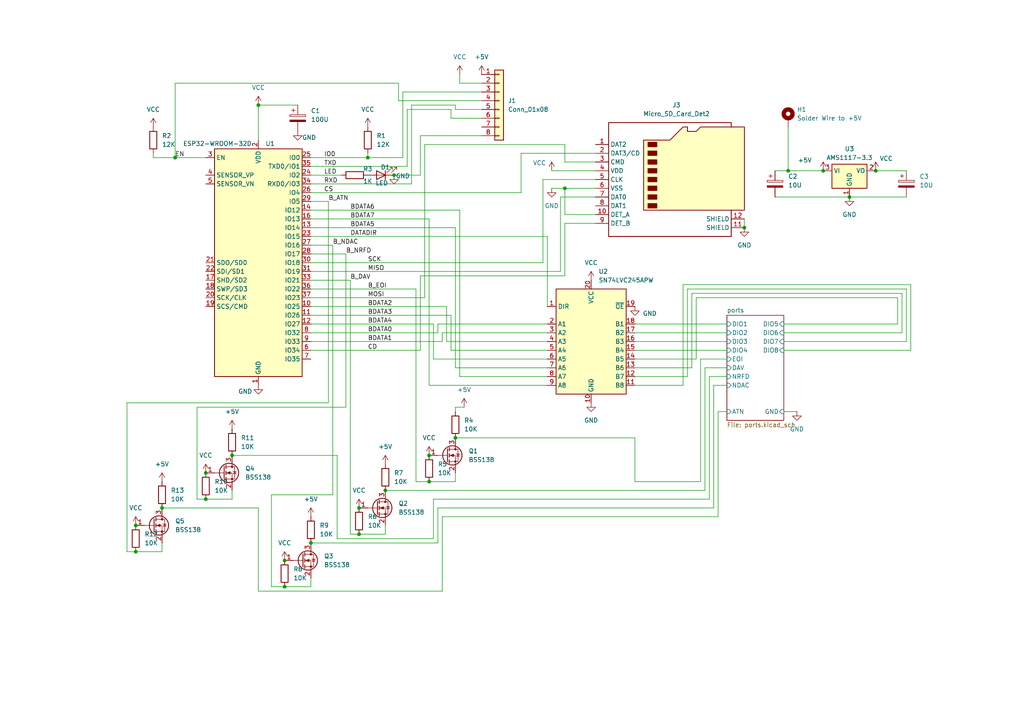
<source format=kicad_sch>
(kicad_sch (version 20250114) (generator "eeschema") (generator_version "9.0")
  (paper "A4")
  (lib_symbols
    (symbol "Connector:Micro_SD_Card_Det2"
      (property "Reference" "J3" (at 0.635 21.59 0))
      (property "Value" "Micro_SD_Card_Det2" (at 0.635 19.05 0))
      (symbol "Micro_SD_Card_Det2_0_1"
        (polyline (pts (xy -8.89 -8.89) (xy -8.89 11.43) (xy -1.27 11.43) (xy 2.54 15.24) (xy 3.81 15.24) (xy 3.81 13.97) (xy 6.35 13.97) (xy 7.62 15.24) (xy 20.32 15.24) (xy 20.32 -8.89) (xy -8.89 -8.89)) (stroke (width 0.254)) (fill (type background)))
        (rectangle (start -7.62 10.795) (end -5.08 9.525) (stroke (width 0.254)) (fill (type outline)))
        (rectangle (start -7.62 8.255) (end -5.08 6.985) (stroke (width 0.254)) (fill (type outline)))
        (rectangle (start -7.62 5.715) (end -5.08 4.445) (stroke (width 0.254)) (fill (type outline)))
        (rectangle (start -7.62 3.175) (end -5.08 1.905) (stroke (width 0.254)) (fill (type outline)))
        (rectangle (start -7.62 0.635) (end -5.08 -0.635) (stroke (width 0.254)) (fill (type outline)))
        (rectangle (start -7.62 -1.905) (end -5.08 -3.175) (stroke (width 0.254)) (fill (type outline)))
        (rectangle (start -7.62 -4.445) (end -5.08 -5.715) (stroke (width 0.254)) (fill (type outline)))
        (rectangle (start -7.62 -6.985) (end -5.08 -8.255) (stroke (width 0.254)) (fill (type outline)))
        (polyline (pts (xy 16.51 15.24) (xy 16.51 16.51) (xy -19.05 16.51) (xy -19.05 -16.51) (xy 16.51 -16.51) (xy 16.51 -8.89)) (stroke (width 0.254)))
      )
      (symbol "Micro_SD_Card_Det2_1_0"
        (pin passive line (at 20.32 -11.43 180) (length 3.81) (name "SHIELD") (number "12"))
      )
      (symbol "Micro_SD_Card_Det2_1_1"
        (pin bidirectional line (at -22.86 10.16 0) (length 3.81) (name "DAT2") (number "1"))
        (pin bidirectional line (at -22.86 7.62 0) (length 3.81) (name "DAT3/CD") (number "2"))
        (pin input line (at -22.86 5.08 0) (length 3.81) (name "CMD") (number "3"))
        (pin power_in line (at -22.86 2.54 0) (length 3.81) (name "VDD") (number "4"))
        (pin input line (at -22.86 0 0) (length 3.81) (name "CLK") (number "5"))
        (pin power_in line (at -22.86 -2.54 0) (length 3.81) (name "VSS") (number "6"))
        (pin bidirectional line (at -22.86 -5.08 0) (length 3.81) (name "DAT0") (number "7"))
        (pin bidirectional line (at -22.86 -7.62 0) (length 3.81) (name "DAT1") (number "8"))
        (pin passive line (at -22.86 -10.16 0) (length 3.81) (name "DET_A") (number "10"))
        (pin passive line (at -22.86 -12.7 0) (length 3.81) (name "DET_B") (number "9"))
        (pin passive line (at 20.32 -13.97 180) (length 3.81) (name "SHIELD") (number "11"))
      )
    )
    (symbol "Connector_Generic:Conn_01x08" (pin_names (offset 1.016) (hide yes))
      (property "Reference" "J" (at 0 10.16 0))
      (property "Value" "Conn_01x08" (at 0 -12.7 0))
      (symbol "Conn_01x08_1_1"
        (rectangle (start -1.27 8.89) (end 1.27 -11.43) (stroke (width 0.254)) (fill (type background)))
        (rectangle (start -1.27 7.747) (end 0 7.493) (stroke (width 0.1524)))
        (rectangle (start -1.27 5.207) (end 0 4.953) (stroke (width 0.1524)))
        (rectangle (start -1.27 2.667) (end 0 2.413) (stroke (width 0.1524)))
        (rectangle (start -1.27 0.127) (end 0 -0.127) (stroke (width 0.1524)))
        (rectangle (start -1.27 -2.413) (end 0 -2.667) (stroke (width 0.1524)))
        (rectangle (start -1.27 -4.953) (end 0 -5.207) (stroke (width 0.1524)))
        (rectangle (start -1.27 -7.493) (end 0 -7.747) (stroke (width 0.1524)))
        (rectangle (start -1.27 -10.033) (end 0 -10.287) (stroke (width 0.1524)))
        (pin passive line (at -5.08 7.62 0) (length 3.81) (name "Pin_1") (number "1"))
        (pin passive line (at -5.08 5.08 0) (length 3.81) (name "Pin_2") (number "2"))
        (pin passive line (at -5.08 2.54 0) (length 3.81) (name "Pin_3") (number "3"))
        (pin passive line (at -5.08 0 0) (length 3.81) (name "Pin_4") (number "4"))
        (pin passive line (at -5.08 -2.54 0) (length 3.81) (name "Pin_5") (number "5"))
        (pin passive line (at -5.08 -5.08 0) (length 3.81) (name "Pin_6") (number "6"))
        (pin passive line (at -5.08 -7.62 0) (length 3.81) (name "Pin_7") (number "7"))
        (pin passive line (at -5.08 -10.16 0) (length 3.81) (name "Pin_8") (number "8"))
      )
    )
    (symbol "Device:C_Polarized" (pin_numbers (hide yes)) (pin_names (offset 0.254))
      (property "Reference" "C" (at 0.635 2.54 0))
      (property "Value" "C_Polarized" (at 0.635 -2.54 0))
      (symbol "C_Polarized_0_1"
        (rectangle (start -2.286 0.508) (end 2.286 1.016))
        (polyline (pts (xy -1.778 2.286) (xy -0.762 2.286)))
        (polyline (pts (xy -1.27 2.794) (xy -1.27 1.778)))
        (rectangle (start 2.286 -0.508) (end -2.286 -1.016) (fill (type outline)))
      )
      (symbol "C_Polarized_1_1"
        (pin passive line (at 0 3.81 270) (length 2.794) (name "~") (number "1"))
        (pin passive line (at 0 -3.81 90) (length 2.794) (name "~") (number "2"))
      )
    )
    (symbol "Device:LED" (pin_numbers (hide yes)) (pin_names (offset 1.016) (hide yes))
      (property "Reference" "D" (at 0 2.54 0))
      (property "Value" "LED" (at 0 -2.54 0))
      (symbol "LED_0_1"
        (polyline (pts (xy -3.048 -0.762) (xy -4.572 -2.286) (xy -3.81 -2.286) (xy -4.572 -2.286) (xy -4.572 -1.524)))
        (polyline (pts (xy -1.778 -0.762) (xy -3.302 -2.286) (xy -2.54 -2.286) (xy -3.302 -2.286) (xy -3.302 -1.524)))
        (polyline (pts (xy -1.27 0) (xy 1.27 0)))
        (polyline (pts (xy -1.27 -1.27) (xy -1.27 1.27)) (stroke (width 0.254)))
        (polyline (pts (xy 1.27 -1.27) (xy 1.27 1.27) (xy -1.27 0) (xy 1.27 -1.27)) (stroke (width 0.254)))
      )
      (symbol "LED_1_1"
        (pin passive line (at -3.81 0 0) (length 2.54) (name "K") (number "1"))
        (pin passive line (at 3.81 0 180) (length 2.54) (name "A") (number "2"))
      )
    )
    (symbol "Device:R" (pin_numbers (hide yes)) (pin_names (offset 0))
      (property "Reference" "R" (at 2.032 0 90))
      (property "Value" "R" (at 0 0 90))
      (symbol "R_0_1"
        (rectangle (start -1.016 -2.54) (end 1.016 2.54) (stroke (width 0.254)))
      )
      (symbol "R_1_1"
        (pin passive line (at 0 3.81 270) (length 1.27) (name "~") (number "1"))
        (pin passive line (at 0 -3.81 90) (length 1.27) (name "~") (number "2"))
      )
    )
    (symbol "Logic_LevelTranslator:SN74LVC245APW"
      (property "Reference" "U" (at -10.16 17.78 0))
      (property "Value" "SN74LVC245APW" (at 10.16 17.78 0))
      (symbol "SN74LVC245APW_0_1"
        (rectangle (start -10.16 15.24) (end 10.16 -15.24) (stroke (width 0.254)) (fill (type background)))
      )
      (symbol "SN74LVC245APW_1_1"
        (pin input line (at -12.7 10.16 0) (length 2.54) (name "DIR") (number "1"))
        (pin bidirectional line (at -12.7 5.08 0) (length 2.54) (name "A1") (number "2"))
        (pin bidirectional line (at -12.7 2.54 0) (length 2.54) (name "A2") (number "3"))
        (pin bidirectional line (at -12.7 0 0) (length 2.54) (name "A3") (number "4"))
        (pin bidirectional line (at -12.7 -2.54 0) (length 2.54) (name "A4") (number "5"))
        (pin bidirectional line (at -12.7 -5.08 0) (length 2.54) (name "A5") (number "6"))
        (pin bidirectional line (at -12.7 -7.62 0) (length 2.54) (name "A6") (number "7"))
        (pin bidirectional line (at -12.7 -10.16 0) (length 2.54) (name "A7") (number "8"))
        (pin bidirectional line (at -12.7 -12.7 0) (length 2.54) (name "A8") (number "9"))
        (pin power_in line (at 0 17.78 270) (length 2.54) (name "VCC") (number "20"))
        (pin power_in line (at 0 -17.78 90) (length 2.54) (name "GND") (number "10"))
        (pin input line (at 12.7 10.16 180) (length 2.54) (name "~{OE}") (number "19"))
        (pin bidirectional line (at 12.7 5.08 180) (length 2.54) (name "B1") (number "18"))
        (pin bidirectional line (at 12.7 2.54 180) (length 2.54) (name "B2") (number "17"))
        (pin bidirectional line (at 12.7 0 180) (length 2.54) (name "B3") (number "16"))
        (pin bidirectional line (at 12.7 -2.54 180) (length 2.54) (name "B4") (number "15"))
        (pin bidirectional line (at 12.7 -5.08 180) (length 2.54) (name "B5") (number "14"))
        (pin bidirectional line (at 12.7 -7.62 180) (length 2.54) (name "B6") (number "13"))
        (pin bidirectional line (at 12.7 -10.16 180) (length 2.54) (name "B7") (number "12"))
        (pin bidirectional line (at 12.7 -12.7 180) (length 2.54) (name "B8") (number "11"))
      )
    )
    (symbol "Mechanical:MountingHole_Pad" (pin_numbers (hide yes)) (pin_names (offset 1.016) (hide yes)) (exclude_from_sim yes) (in_bom no)
      (property "Reference" "H" (at 0 6.35 0))
      (property "Value" "MountingHole_Pad" (at 0 4.445 0))
      (symbol "MountingHole_Pad_0_1"
        (circle (center 0 1.27) (radius 1.27) (stroke (width 1.27)))
      )
      (symbol "MountingHole_Pad_1_1"
        (pin input line (at 0 -2.54 90) (length 2.54) (name "1") (number "1"))
      )
    )
    (symbol "RF_Module:ESP32-WROOM-32D"
      (property "Reference" "U" (at -12.7 34.29 0))
      (property "Value" "ESP32-WROOM-32D" (at 1.27 34.29 0))
      (symbol "ESP32-WROOM-32D_0_1"
        (rectangle (start -12.7 33.02) (end 12.7 -33.02) (stroke (width 0.254)) (fill (type background)))
      )
      (symbol "ESP32-WROOM-32D_1_1"
        (pin input line (at -15.24 30.48 0) (length 2.54) (name "EN") (number "3"))
        (pin input line (at -15.24 25.4 0) (length 2.54) (name "SENSOR_VP") (number "4"))
        (pin input line (at -15.24 22.86 0) (length 2.54) (name "SENSOR_VN") (number "5"))
        (pin bidirectional line (at -15.24 0 0) (length 2.54) (name "SDO/SD0") (number "21"))
        (pin bidirectional line (at -15.24 -2.54 0) (length 2.54) (name "SDI/SD1") (number "22"))
        (pin bidirectional line (at -15.24 -5.08 0) (length 2.54) (name "SHD/SD2") (number "17"))
        (pin bidirectional line (at -15.24 -7.62 0) (length 2.54) (name "SWP/SD3") (number "18"))
        (pin bidirectional line (at -15.24 -10.16 0) (length 2.54) (name "SCK/CLK") (number "20"))
        (pin bidirectional line (at -15.24 -12.7 0) (length 2.54) (name "SCS/CMD") (number "19"))
        (pin no_connect line (at -12.7 -27.94 0) (length 2.54) (hide yes) (name "NC") (number "32"))
        (pin power_in line (at 0 35.56 270) (length 2.54) (name "VDD") (number "2"))
        (pin power_in line (at 0 -35.56 90) (length 2.54) (name "GND") (number "1"))
        (pin passive line (at 0 -35.56 90) (length 2.54) (hide yes) (name "GND") (number "15"))
        (pin passive line (at 0 -35.56 90) (length 2.54) (hide yes) (name "GND") (number "38"))
        (pin passive line (at 0 -35.56 90) (length 2.54) (hide yes) (name "GND") (number "39"))
        (pin bidirectional line (at 15.24 30.48 180) (length 2.54) (name "IO0") (number "25"))
        (pin bidirectional line (at 15.24 27.94 180) (length 2.54) (name "TXD0/IO1") (number "35"))
        (pin bidirectional line (at 15.24 25.4 180) (length 2.54) (name "IO2") (number "24"))
        (pin bidirectional line (at 15.24 22.86 180) (length 2.54) (name "RXD0/IO3") (number "34"))
        (pin bidirectional line (at 15.24 20.32 180) (length 2.54) (name "IO4") (number "26"))
        (pin bidirectional line (at 15.24 17.78 180) (length 2.54) (name "IO5") (number "29"))
        (pin bidirectional line (at 15.24 15.24 180) (length 2.54) (name "IO12") (number "14"))
        (pin bidirectional line (at 15.24 12.7 180) (length 2.54) (name "IO13") (number "16"))
        (pin bidirectional line (at 15.24 10.16 180) (length 2.54) (name "IO14") (number "13"))
        (pin bidirectional line (at 15.24 7.62 180) (length 2.54) (name "IO15") (number "23"))
        (pin bidirectional line (at 15.24 5.08 180) (length 2.54) (name "IO16") (number "27"))
        (pin bidirectional line (at 15.24 2.54 180) (length 2.54) (name "IO17") (number "28"))
        (pin bidirectional line (at 15.24 0 180) (length 2.54) (name "IO18") (number "30"))
        (pin bidirectional line (at 15.24 -2.54 180) (length 2.54) (name "IO19") (number "31"))
        (pin bidirectional line (at 15.24 -5.08 180) (length 2.54) (name "IO21") (number "33"))
        (pin bidirectional line (at 15.24 -7.62 180) (length 2.54) (name "IO22") (number "36"))
        (pin bidirectional line (at 15.24 -10.16 180) (length 2.54) (name "IO23") (number "37"))
        (pin bidirectional line (at 15.24 -12.7 180) (length 2.54) (name "IO25") (number "10"))
        (pin bidirectional line (at 15.24 -15.24 180) (length 2.54) (name "IO26") (number "11"))
        (pin bidirectional line (at 15.24 -17.78 180) (length 2.54) (name "IO27") (number "12"))
        (pin bidirectional line (at 15.24 -20.32 180) (length 2.54) (name "IO32") (number "8"))
        (pin bidirectional line (at 15.24 -22.86 180) (length 2.54) (name "IO33") (number "9"))
        (pin input line (at 15.24 -25.4 180) (length 2.54) (name "IO34") (number "6"))
        (pin input line (at 15.24 -27.94 180) (length 2.54) (name "IO35") (number "7"))
      )
    )
    (symbol "Regulator_Linear:AMS1117-3.3"
      (property "Reference" "U" (at -3.81 3.175 0))
      (property "Value" "AMS1117-3.3" (at 0 3.175 0))
      (symbol "AMS1117-3.3_0_1"
        (rectangle (start -5.08 -5.08) (end 5.08 1.905) (stroke (width 0.254)) (fill (type background)))
      )
      (symbol "AMS1117-3.3_1_1"
        (pin power_in line (at -7.62 0 0) (length 2.54) (name "VI") (number "3"))
        (pin power_in line (at 0 -7.62 90) (length 2.54) (name "GND") (number "1"))
        (pin power_out line (at 7.62 0 180) (length 2.54) (name "VO") (number "2"))
      )
    )
    (symbol "Transistor_FET:BSS138" (pin_names (hide yes))
      (property "Reference" "Q" (at 5.08 1.905 0))
      (property "Value" "BSS138" (at 5.08 0 0))
      (symbol "BSS138_0_1"
        (polyline (pts (xy 0.254 1.905) (xy 0.254 -1.905)) (stroke (width 0.254)))
        (polyline (pts (xy 0.254 0) (xy -2.54 0)))
        (polyline (pts (xy 0.762 2.286) (xy 0.762 1.27)) (stroke (width 0.254)))
        (polyline (pts (xy 0.762 0.508) (xy 0.762 -0.508)) (stroke (width 0.254)))
        (polyline (pts (xy 0.762 -1.27) (xy 0.762 -2.286)) (stroke (width 0.254)))
        (polyline (pts (xy 0.762 -1.778) (xy 3.302 -1.778) (xy 3.302 1.778) (xy 0.762 1.778)))
        (polyline (pts (xy 1.016 0) (xy 2.032 0.381) (xy 2.032 -0.381) (xy 1.016 0)) (fill (type outline)))
        (circle (center 1.651 0) (radius 2.794) (stroke (width 0.254)))
        (polyline (pts (xy 2.54 2.54) (xy 2.54 1.778)))
        (circle (center 2.54 1.778) (radius 0.254) (fill (type outline)))
        (circle (center 2.54 -1.778) (radius 0.254) (fill (type outline)))
        (polyline (pts (xy 2.54 -2.54) (xy 2.54 0) (xy 0.762 0)))
        (polyline (pts (xy 2.794 0.508) (xy 2.921 0.381) (xy 3.683 0.381) (xy 3.81 0.254)))
        (polyline (pts (xy 3.302 0.381) (xy 2.921 -0.254) (xy 3.683 -0.254) (xy 3.302 0.381)))
      )
      (symbol "BSS138_1_1"
        (pin input line (at -5.08 0 0) (length 2.54) (name "G") (number "1"))
        (pin passive line (at 2.54 5.08 270) (length 2.54) (name "D") (number "3"))
        (pin passive line (at 2.54 -5.08 90) (length 2.54) (name "S") (number "2"))
      )
    )
    (symbol "power:+5V" (power) (pin_numbers (hide yes)) (pin_names (offset 0) (hide yes))
      (property "Value" "+5V" (at 0 3.556 0))
      (symbol "+5V_0_1"
        (polyline (pts (xy -0.762 1.27) (xy 0 2.54)))
        (polyline (pts (xy 0 2.54) (xy 0.762 1.27)))
        (polyline (pts (xy 0 0) (xy 0 2.54)))
      )
      (symbol "+5V_1_1"
        (pin power_in line (at 0 0 90) (length 0) (name "~") (number "1"))
      )
    )
    (symbol "power:GND" (power) (pin_numbers (hide yes)) (pin_names (offset 0) (hide yes))
      (property "Value" "GND" (at 0 -3.81 0))
      (symbol "GND_0_1"
        (polyline (pts (xy 0 0) (xy 0 -1.27) (xy 1.27 -1.27) (xy 0 -2.54) (xy -1.27 -1.27) (xy 0 -1.27)))
      )
      (symbol "GND_1_1"
        (pin power_in line (at 0 0 270) (length 0) (name "~") (number "1"))
      )
    )
    (symbol "power:VCC" (power) (pin_numbers (hide yes)) (pin_names (offset 0) (hide yes))
      (property "Value" "VCC" (at 0 3.556 0))
      (symbol "VCC_0_1"
        (polyline (pts (xy -0.762 1.27) (xy 0 2.54)))
        (polyline (pts (xy 0 2.54) (xy 0.762 1.27)))
        (polyline (pts (xy 0 0) (xy 0 2.54)))
      )
      (symbol "VCC_1_1"
        (pin power_in line (at 0 0 90) (length 0) (name "~") (number "1"))
      )
    )
  )
  (junction (at 59.69 137.16))
  (junction (at 74.93 30.48))
  (junction (at 39.37 152.4))
  (junction (at 46.99 147.32))
  (junction (at 50.8 45.72))
  (junction (at 90.17 157.48))
  (junction (at 82.55 170.18))
  (junction (at 104.14 154.94))
  (junction (at 59.69 144.78))
  (junction (at 246.38 57.15))
  (junction (at 124.46 132.08))
  (junction (at 111.76 142.24))
  (junction (at 39.37 160.02))
  (junction (at 67.31 132.08))
  (junction (at 124.46 139.7))
  (junction (at 254 49.53))
  (junction (at 228.6 49.53))
  (junction (at 106.68 45.72))
  (junction (at 215.9 66.04))
  (junction (at 238.76 49.53))
  (junction (at 163.83 54.61))
  (junction (at 132.08 127))
  (junction (at 82.55 162.56))
  (junction (at 114.3 50.8))
  (junction (at 104.14 147.32))
  (wire (pts (xy 97.79 132.08) (xy 97.79 156.21)))
  (wire (pts (xy 262.89 49.53) (xy 254 49.53)))
  (wire (pts (xy 184.15 101.6) (xy 210.82 101.6)))
  (wire (pts (xy 184.15 96.52) (xy 210.82 96.52)))
  (wire (pts (xy 207.01 147.32) (xy 207.01 111.76)))
  (wire (pts (xy 90.17 99.06) (xy 128.27 99.06)))
  (wire (pts (xy 90.17 96.52) (xy 127 96.52)))
  (wire (pts (xy 163.83 62.23) (xy 163.83 54.61)))
  (wire (pts (xy 46.99 160.02) (xy 46.99 157.48)))
  (wire (pts (xy 90.17 60.96) (xy 133.35 60.96)))
  (wire (pts (xy 90.17 48.26) (xy 118.11 48.26)))
  (wire (pts (xy 74.93 30.48) (xy 86.36 30.48)))
  (wire (pts (xy 118.11 31.75) (xy 130.81 31.75)))
  (wire (pts (xy 200.66 85.09) (xy 200.66 106.68)))
  (wire (pts (xy 111.76 154.94) (xy 111.76 152.4)))
  (wire (pts (xy 139.7 24.13) (xy 133.35 24.13)))
  (wire (pts (xy 163.83 80.01) (xy 163.83 64.77)))
  (wire (pts (xy 246.38 57.15) (xy 262.89 57.15)))
  (wire (pts (xy 127 147.32) (xy 207.01 147.32)))
  (wire (pts (xy 215.9 63.5) (xy 215.9 66.04)))
  (wire (pts (xy 121.92 80.01) (xy 163.83 80.01)))
  (wire (pts (xy 90.17 86.36) (xy 123.19 86.36)))
  (wire (pts (xy 160.02 54.61) (xy 163.83 54.61)))
  (wire (pts (xy 67.31 144.78) (xy 67.31 142.24)))
  (wire (pts (xy 128.27 99.06) (xy 128.27 96.52)))
  (wire (pts (xy 264.16 82.55) (xy 264.16 101.6)))
  (wire (pts (xy 90.17 157.48) (xy 127 157.48)))
  (wire (pts (xy 96.52 71.12) (xy 96.52 143.51)))
  (wire (pts (xy 200.66 106.68) (xy 184.15 106.68)))
  (wire (pts (xy 111.76 142.24) (xy 204.47 142.24)))
  (wire (pts (xy 116.84 26.67) (xy 139.7 26.67)))
  (wire (pts (xy 260.35 86.36) (xy 260.35 93.98)))
  (wire (pts (xy 133.35 60.96) (xy 133.35 109.22)))
  (wire (pts (xy 130.81 91.44) (xy 130.81 101.6)))
  (wire (pts (xy 163.83 41.91) (xy 163.83 46.99)))
  (wire (pts (xy 132.08 66.04) (xy 132.08 106.68)))
  (wire (pts (xy 157.48 76.2) (xy 157.48 52.07)))
  (wire (pts (xy 50.8 45.72) (xy 50.8 24.13)))
  (wire (pts (xy 162.56 57.15) (xy 172.72 57.15)))
  (wire (pts (xy 127 93.98) (xy 158.75 93.98)))
  (wire (pts (xy 57.15 144.78) (xy 59.69 144.78)))
  (wire (pts (xy 132.08 127) (xy 184.15 127)))
  (wire (pts (xy 160.02 49.53) (xy 172.72 49.53)))
  (wire (pts (xy 203.2 104.14) (xy 210.82 104.14)))
  (wire (pts (xy 90.17 81.28) (xy 101.6 81.28)))
  (wire (pts (xy 205.74 109.22) (xy 210.82 109.22)))
  (wire (pts (xy 121.92 50.8) (xy 121.92 39.37)))
  (wire (pts (xy 90.17 50.8) (xy 99.06 50.8)))
  (wire (pts (xy 90.17 58.42) (xy 95.25 58.42)))
  (wire (pts (xy 90.17 53.34) (xy 119.38 53.34)))
  (wire (pts (xy 132.08 118.11) (xy 132.08 119.38)))
  (wire (pts (xy 228.6 49.53) (xy 238.76 49.53)))
  (wire (pts (xy 90.17 68.58) (xy 158.75 68.58)))
  (wire (pts (xy 90.17 76.2) (xy 157.48 76.2)))
  (wire (pts (xy 184.15 127) (xy 184.15 139.7)))
  (wire (pts (xy 90.17 170.18) (xy 90.17 167.64)))
  (wire (pts (xy 123.19 86.36) (xy 123.19 41.91)))
  (wire (pts (xy 128.27 96.52) (xy 158.75 96.52)))
  (wire (pts (xy 125.73 104.14) (xy 158.75 104.14)))
  (wire (pts (xy 210.82 119.38) (xy 208.28 119.38)))
  (wire (pts (xy 123.19 41.91) (xy 163.83 41.91)))
  (wire (pts (xy 132.08 106.68) (xy 158.75 106.68)))
  (wire (pts (xy 90.17 66.04) (xy 132.08 66.04)))
  (wire (pts (xy 151.13 44.45) (xy 172.72 44.45)))
  (wire (pts (xy 78.74 170.18) (xy 82.55 170.18)))
  (wire (pts (xy 74.93 171.45) (xy 128.27 171.45)))
  (wire (pts (xy 204.47 142.24) (xy 204.47 106.68)))
  (wire (pts (xy 203.2 139.7) (xy 203.2 104.14)))
  (wire (pts (xy 205.74 144.78) (xy 205.74 109.22)))
  (wire (pts (xy 125.73 93.98) (xy 125.73 104.14)))
  (wire (pts (xy 116.84 45.72) (xy 116.84 26.67)))
  (wire (pts (xy 95.25 58.42) (xy 95.25 116.84)))
  (wire (pts (xy 67.31 132.08) (xy 97.79 132.08)))
  (wire (pts (xy 184.15 109.22) (xy 199.39 109.22)))
  (wire (pts (xy 90.17 55.88) (xy 151.13 55.88)))
  (wire (pts (xy 163.83 54.61) (xy 172.72 54.61)))
  (wire (pts (xy 184.15 93.98) (xy 210.82 93.98)))
  (wire (pts (xy 184.15 111.76) (xy 198.12 111.76)))
  (wire (pts (xy 228.6 36.83) (xy 228.6 49.53)))
  (wire (pts (xy 198.12 82.55) (xy 264.16 82.55)))
  (wire (pts (xy 157.48 52.07) (xy 172.72 52.07)))
  (wire (pts (xy 129.54 88.9) (xy 129.54 99.06)))
  (wire (pts (xy 124.46 63.5) (xy 124.46 111.76)))
  (wire (pts (xy 90.17 88.9) (xy 129.54 88.9)))
  (wire (pts (xy 44.45 45.72) (xy 44.45 44.45)))
  (wire (pts (xy 207.01 111.76) (xy 210.82 111.76)))
  (wire (pts (xy 129.54 99.06) (xy 158.75 99.06)))
  (wire (pts (xy 162.56 78.74) (xy 162.56 57.15)))
  (wire (pts (xy 134.62 118.11) (xy 132.08 118.11)))
  (wire (pts (xy 139.7 31.75) (xy 132.08 31.75)))
  (wire (pts (xy 125.73 144.78) (xy 205.74 144.78)))
  (wire (pts (xy 50.8 24.13) (xy 115.57 24.13)))
  (wire (pts (xy 120.65 83.82) (xy 120.65 139.7)))
  (wire (pts (xy 130.81 31.75) (xy 130.81 34.29)))
  (wire (pts (xy 128.27 149.86) (xy 208.28 149.86)))
  (wire (pts (xy 158.75 68.58) (xy 158.75 88.9)))
  (wire (pts (xy 201.93 104.14) (xy 201.93 86.36)))
  (wire (pts (xy 36.83 160.02) (xy 39.37 160.02)))
  (wire (pts (xy 106.68 45.72) (xy 106.68 44.45)))
  (wire (pts (xy 90.17 71.12) (xy 96.52 71.12)))
  (wire (pts (xy 101.6 154.94) (xy 104.14 154.94)))
  (wire (pts (xy 74.93 30.48) (xy 74.93 40.64)))
  (wire (pts (xy 90.17 63.5) (xy 124.46 63.5)))
  (wire (pts (xy 95.25 116.84) (xy 36.83 116.84)))
  (wire (pts (xy 74.93 147.32) (xy 74.93 171.45)))
  (wire (pts (xy 97.79 156.21) (xy 125.73 156.21)))
  (wire (pts (xy 127 96.52) (xy 127 93.98)))
  (wire (pts (xy 262.89 83.82) (xy 262.89 99.06)))
  (wire (pts (xy 208.28 119.38) (xy 208.28 149.86)))
  (wire (pts (xy 133.35 24.13) (xy 133.35 21.59)))
  (wire (pts (xy 101.6 81.28) (xy 101.6 154.94)))
  (wire (pts (xy 227.33 119.38) (xy 231.14 119.38)))
  (wire (pts (xy 36.83 116.84) (xy 36.83 160.02)))
  (wire (pts (xy 90.17 93.98) (xy 125.73 93.98)))
  (wire (pts (xy 199.39 109.22) (xy 199.39 83.82)))
  (wire (pts (xy 260.35 93.98) (xy 227.33 93.98)))
  (wire (pts (xy 100.33 118.11) (xy 57.15 118.11)))
  (wire (pts (xy 227.33 96.52) (xy 261.62 96.52)))
  (wire (pts (xy 90.17 91.44) (xy 130.81 91.44)))
  (wire (pts (xy 204.47 106.68) (xy 210.82 106.68)))
  (wire (pts (xy 90.17 101.6) (xy 121.92 101.6)))
  (wire (pts (xy 132.08 31.75) (xy 132.08 30.48)))
  (wire (pts (xy 130.81 101.6) (xy 158.75 101.6)))
  (wire (pts (xy 104.14 154.94) (xy 111.76 154.94)))
  (wire (pts (xy 130.81 34.29) (xy 139.7 34.29)))
  (wire (pts (xy 124.46 111.76) (xy 158.75 111.76)))
  (wire (pts (xy 227.33 101.6) (xy 264.16 101.6)))
  (wire (pts (xy 100.33 73.66) (xy 100.33 118.11)))
  (wire (pts (xy 128.27 171.45) (xy 128.27 149.86)))
  (wire (pts (xy 139.7 29.21) (xy 115.57 29.21)))
  (wire (pts (xy 184.15 139.7) (xy 203.2 139.7)))
  (wire (pts (xy 115.57 29.21) (xy 115.57 24.13)))
  (wire (pts (xy 133.35 109.22) (xy 158.75 109.22)))
  (wire (pts (xy 199.39 83.82) (xy 262.89 83.82)))
  (wire (pts (xy 184.15 99.06) (xy 210.82 99.06)))
  (wire (pts (xy 127 157.48) (xy 127 147.32)))
  (wire (pts (xy 50.8 45.72) (xy 59.69 45.72)))
  (wire (pts (xy 125.73 156.21) (xy 125.73 144.78)))
  (wire (pts (xy 44.45 45.72) (xy 50.8 45.72)))
  (wire (pts (xy 224.79 57.15) (xy 246.38 57.15)))
  (wire (pts (xy 118.11 48.26) (xy 118.11 31.75)))
  (wire (pts (xy 46.99 147.32) (xy 74.93 147.32)))
  (wire (pts (xy 262.89 99.06) (xy 227.33 99.06)))
  (wire (pts (xy 39.37 160.02) (xy 46.99 160.02)))
  (wire (pts (xy 90.17 73.66) (xy 100.33 73.66)))
  (wire (pts (xy 172.72 62.23) (xy 163.83 62.23)))
  (wire (pts (xy 57.15 118.11) (xy 57.15 144.78)))
  (wire (pts (xy 59.69 144.78) (xy 67.31 144.78)))
  (wire (pts (xy 261.62 85.09) (xy 261.62 96.52)))
  (wire (pts (xy 121.92 101.6) (xy 121.92 80.01)))
  (wire (pts (xy 120.65 139.7) (xy 124.46 139.7)))
  (wire (pts (xy 124.46 139.7) (xy 132.08 139.7)))
  (wire (pts (xy 121.92 39.37) (xy 139.7 39.37)))
  (wire (pts (xy 132.08 30.48) (xy 119.38 30.48)))
  (wire (pts (xy 163.83 64.77) (xy 172.72 64.77)))
  (wire (pts (xy 261.62 85.09) (xy 200.66 85.09)))
  (wire (pts (xy 184.15 104.14) (xy 201.93 104.14)))
  (wire (pts (xy 96.52 143.51) (xy 78.74 143.51)))
  (wire (pts (xy 224.79 49.53) (xy 228.6 49.53)))
  (wire (pts (xy 106.68 45.72) (xy 116.84 45.72)))
  (wire (pts (xy 114.3 50.8) (xy 121.92 50.8)))
  (wire (pts (xy 78.74 143.51) (xy 78.74 170.18)))
  (wire (pts (xy 163.83 46.99) (xy 172.72 46.99)))
  (wire (pts (xy 82.55 170.18) (xy 90.17 170.18)))
  (wire (pts (xy 90.17 78.74) (xy 162.56 78.74)))
  (wire (pts (xy 90.17 45.72) (xy 106.68 45.72)))
  (wire (pts (xy 132.08 139.7) (xy 132.08 137.16)))
  (wire (pts (xy 201.93 86.36) (xy 260.35 86.36)))
  (wire (pts (xy 90.17 83.82) (xy 120.65 83.82)))
  (wire (pts (xy 198.12 111.76) (xy 198.12 82.55)))
  (wire (pts (xy 119.38 30.48) (xy 119.38 53.34)))
  (wire (pts (xy 151.13 55.88) (xy 151.13 44.45)))
  (label "TXD" (at 93.98 48.26 0))
  (label "B_EOI" (at 106.68 83.82 0))
  (label "BDATA1" (at 106.68 99.06 0))
  (label "B_DAV" (at 101.6 81.28 0))
  (label "LED" (at 93.98 50.8 0))
  (label "EN" (at 50.8 45.72 0))
  (label "DATADIR" (at 101.6 68.58 0))
  (label "B_NRFD" (at 100.33 73.66 0))
  (label "B_NDAC" (at 96.52 71.12 0))
  (label "BDATA4" (at 106.68 93.98 0))
  (label "BDATA0" (at 106.68 96.52 0))
  (label "RXD" (at 93.98 53.34 0))
  (label "BDATA5" (at 101.6 66.04 0))
  (label "BDATA2" (at 106.68 88.9 0))
  (label "B_ATN" (at 95.25 58.42 0))
  (label "MISO" (at 106.68 78.74 0))
  (label "MOSI" (at 106.68 86.36 0))
  (label "BDATA3" (at 106.68 91.44 0))
  (label "BDATA6" (at 101.6 60.96 0))
  (label "CS" (at 93.98 55.88 0))
  (label "CD" (at 106.68 101.6 0))
  (label "IO0" (at 93.98 45.72 0))
  (label "SCK" (at 106.68 76.2 0))
  (label "BDATA7" (at 101.6 63.5 0))
  (symbol (lib_id "Device:R") (at 132.08 123.19 0) (unit 1)
    (property "Reference" "R4" (at 134.62 121.9199 0) (effects (justify left)))
    (property "Value" "10K" (at 134.62 124.4599 0) (effects (justify left)))
    (property "Footprint" "Resistor_SMD:R_0805_2012Metric" (effects (hide yes)))
    (property "Description" "Resistor" (effects (hide yes)))
  )
  (symbol (lib_id "power:VCC") (at 82.55 162.56 0) (unit 1)
    (property "Reference" "#PWR017" (effects (hide yes)))
    (property "Value" "VCC" (at 82.55 157.48 0))
    (property "Description" "Power symbol creates a global label with name \"VCC\"" (effects (hide yes)))
  )
  (symbol (lib_id "power:+5V") (at 111.76 134.62 0) (unit 1)
    (property "Reference" "#PWR016" (effects (hide yes)))
    (property "Value" "+5V" (at 111.76 129.54 0))
    (property "Description" "Power symbol creates a global label with name \"+5V\"" (effects (hide yes)))
  )
  (symbol (lib_id "Transistor_FET:BSS138") (at 87.63 162.56 0) (unit 1)
    (property "Reference" "Q3" (at 93.98 161.2899 0) (effects (justify left)))
    (property "Value" "BSS138" (at 93.98 163.8299 0) (effects (justify left)))
    (property "Footprint" "Package_TO_SOT_SMD:SOT-23" (effects (hide yes)))
    (property "Datasheet" "https://www.onsemi.com/pub/Collateral/BSS138-D.PDF" (effects (hide yes)))
    (property "Description" "50V Vds, 0.22A Id, N-Channel MOSFET, SOT-23" (effects (hide yes)))
  )
  (symbol (lib_id "Device:R") (at 106.68 40.64 0) (unit 1)
    (property "Reference" "R1" (at 109.22 39.3699 0) (effects (justify left)))
    (property "Value" "12K" (at 109.22 41.9099 0) (effects (justify left)))
    (property "Footprint" "Resistor_SMD:R_0805_2012Metric" (effects (hide yes)))
    (property "Description" "Resistor" (effects (hide yes)))
  )
  (symbol (lib_id "power:GND") (at 86.36 38.1 0) (unit 1)
    (property "Reference" "#PWR015" (effects (hide yes)))
    (property "Value" "GND" (at 89.662 39.878 0))
    (property "Description" "Power symbol creates a global label with name \"GND\" , ground" (effects (hide yes)))
  )
  (symbol (lib_id "power:VCC") (at 254 49.53 0) (unit 1)
    (property "Reference" "#PWR025" (effects (hide yes)))
    (property "Value" "VCC" (at 257.048 45.974 0))
    (property "Description" "Power symbol creates a global label with name \"VCC\"" (effects (hide yes)))
  )
  (symbol (lib_id "power:VCC") (at 160.02 49.53 0) (unit 1)
    (property "Reference" "#PWR08" (effects (hide yes)))
    (property "Value" "VCC" (at 156.464 47.244 0))
    (property "Description" "Power symbol creates a global label with name \"VCC\"" (effects (hide yes)))
  )
  (symbol (lib_id "power:VCC") (at 104.14 147.32 0) (unit 1)
    (property "Reference" "#PWR07" (effects (hide yes)))
    (property "Value" "VCC" (at 104.14 142.24 0))
    (property "Description" "Power symbol creates a global label with name \"VCC\"" (effects (hide yes)))
  )
  (symbol (lib_id "power:GND") (at 171.45 116.84 0) (unit 1)
    (property "Reference" "#PWR02" (effects (hide yes)))
    (property "Value" "GND" (at 171.45 121.92 0))
    (property "Description" "Power symbol creates a global label with name \"GND\" , ground" (effects (hide yes)))
  )
  (symbol (lib_id "Device:R") (at 39.37 156.21 0) (unit 1)
    (property "Reference" "R12" (at 41.91 154.9399 0) (effects (justify left)))
    (property "Value" "10K" (at 41.91 157.4799 0) (effects (justify left)))
    (property "Footprint" "Resistor_SMD:R_0805_2012Metric" (effects (hide yes)))
    (property "Description" "Resistor" (effects (hide yes)))
  )
  (symbol (lib_id "power:VCC") (at 39.37 152.4 0) (unit 1)
    (property "Reference" "#PWR021" (effects (hide yes)))
    (property "Value" "VCC" (at 39.37 147.32 0))
    (property "Description" "Power symbol creates a global label with name \"VCC\"" (effects (hide yes)))
  )
  (symbol (lib_id "power:VCC") (at 124.46 132.08 0) (unit 1)
    (property "Reference" "#PWR01" (effects (hide yes)))
    (property "Value" "VCC" (at 124.46 127 0))
    (property "Description" "Power symbol creates a global label with name \"VCC\"" (effects (hide yes)))
  )
  (symbol (lib_id "power:VCC") (at 133.35 21.59 0) (unit 1)
    (property "Reference" "#PWR028" (effects (hide yes)))
    (property "Value" "VCC" (at 133.35 16.51 0))
    (property "Description" "Power symbol creates a global label with name \"VCC\"" (effects (hide yes)))
  )
  (symbol (lib_id "Device:R") (at 46.99 143.51 0) (unit 1)
    (property "Reference" "R13" (at 49.53 142.2399 0) (effects (justify left)))
    (property "Value" "10K" (at 49.53 144.7799 0) (effects (justify left)))
    (property "Footprint" "Resistor_SMD:R_0805_2012Metric" (effects (hide yes)))
    (property "Description" "Resistor" (effects (hide yes)))
  )
  (symbol (lib_id "power:+5V") (at 90.17 149.86 0) (unit 1)
    (property "Reference" "#PWR018" (effects (hide yes)))
    (property "Value" "+5V" (at 90.17 144.78 0))
    (property "Description" "Power symbol creates a global label with name \"+5V\"" (effects (hide yes)))
  )
  (symbol (lib_id "power:GND") (at 231.14 119.38 0) (unit 1)
    (property "Reference" "#PWR05" (effects (hide yes)))
    (property "Value" "GND" (at 231.14 124.46 0))
    (property "Description" "Power symbol creates a global label with name \"GND\" , ground" (effects (hide yes)))
  )
  (symbol (lib_id "power:+5V") (at 134.62 118.11 0) (unit 1)
    (property "Reference" "#PWR03" (effects (hide yes)))
    (property "Value" "+5V" (at 134.62 113.03 0))
    (property "Description" "Power symbol creates a global label with name \"+5V\"" (effects (hide yes)))
  )
  (symbol (lib_id "power:+5V") (at 46.99 139.7 0) (unit 1)
    (property "Reference" "#PWR022" (effects (hide yes)))
    (property "Value" "+5V" (at 46.99 134.62 0))
    (property "Description" "Power symbol creates a global label with name \"+5V\"" (effects (hide yes)))
  )
  (symbol (lib_id "Device:R") (at 111.76 138.43 0) (unit 1)
    (property "Reference" "R7" (at 114.3 137.1599 0) (effects (justify left)))
    (property "Value" "10K" (at 114.3 139.6999 0) (effects (justify left)))
    (property "Footprint" "Resistor_SMD:R_0805_2012Metric" (effects (hide yes)))
    (property "Description" "Resistor" (effects (hide yes)))
  )
  (symbol (lib_id "Device:R") (at 67.31 128.27 0) (unit 1)
    (property "Reference" "R11" (at 69.85 126.9999 0) (effects (justify left)))
    (property "Value" "10K" (at 69.85 129.5399 0) (effects (justify left)))
    (property "Footprint" "Resistor_SMD:R_0805_2012Metric" (effects (hide yes)))
    (property "Description" "Resistor" (effects (hide yes)))
  )
  (symbol (lib_id "Transistor_FET:BSS138") (at 129.54 132.08 0) (unit 1)
    (property "Reference" "Q1" (at 135.89 130.8099 0) (effects (justify left)))
    (property "Value" "BSS138" (at 135.89 133.3499 0) (effects (justify left)))
    (property "Footprint" "Package_TO_SOT_SMD:SOT-23" (effects (hide yes)))
    (property "Datasheet" "https://www.onsemi.com/pub/Collateral/BSS138-D.PDF" (effects (hide yes)))
    (property "Description" "50V Vds, 0.22A Id, N-Channel MOSFET, SOT-23" (effects (hide yes)))
  )
  (symbol (lib_id "power:VCC") (at 74.93 30.48 0) (unit 1)
    (property "Reference" "#PWR013" (effects (hide yes)))
    (property "Value" "VCC" (at 74.93 25.4 0))
    (property "Description" "Power symbol creates a global label with name \"VCC\"" (effects (hide yes)))
  )
  (symbol (lib_id "power:VCC") (at 59.69 137.16 0) (unit 1)
    (property "Reference" "#PWR019" (effects (hide yes)))
    (property "Value" "VCC" (at 59.69 132.08 0))
    (property "Description" "Power symbol creates a global label with name \"VCC\"" (effects (hide yes)))
  )
  (symbol (lib_id "power:VCC") (at 106.68 36.83 0) (unit 1)
    (property "Reference" "#PWR011" (effects (hide yes)))
    (property "Value" "VCC" (at 106.68 31.75 0))
    (property "Description" "Power symbol creates a global label with name \"VCC\"" (effects (hide yes)))
  )
  (symbol (lib_id "Transistor_FET:BSS138") (at 64.77 137.16 0) (unit 1)
    (property "Reference" "Q4" (at 71.12 135.8899 0) (effects (justify left)))
    (property "Value" "BSS138" (at 71.12 138.4299 0) (effects (justify left)))
    (property "Footprint" "Package_TO_SOT_SMD:SOT-23" (effects (hide yes)))
    (property "Datasheet" "https://www.onsemi.com/pub/Collateral/BSS138-D.PDF" (effects (hide yes)))
    (property "Description" "50V Vds, 0.22A Id, N-Channel MOSFET, SOT-23" (effects (hide yes)))
  )
  (symbol (lib_id "Device:C_Polarized") (at 86.36 34.29 0) (unit 1)
    (property "Reference" "C1" (at 90.17 32.1309 0) (effects (justify left)))
    (property "Value" "100U" (at 90.17 34.6709 0) (effects (justify left)))
    (property "Footprint" "Capacitor_THT:CP_Radial_D5.0mm_P2.50mm" (effects (hide yes)))
    (property "Description" "Polarized capacitor" (effects (hide yes)))
  )
  (symbol (lib_id "RF_Module:ESP32-WROOM-32D") (at 74.93 76.2 0) (unit 1)
    (property "Reference" "U1" (at 76.962 41.656 0) (effects (justify left)))
    (property "Value" "ESP32-WROOM-32D" (at 53.086 41.656 0) (effects (justify left)))
    (property "Footprint" "RF_Module:ESP32-WROOM-32D" (effects (hide yes)))
    (property "Datasheet" "https://www.espressif.com/sites/default/files/documentation/esp32-wroom-32d_esp32-wroom-32u_datasheet_en.pdf" (effects (hide yes)))
    (property "Description" "RF Module, ESP32-D0WD SoC, Wi-Fi 802.11b/g/n, Bluetooth, BLE, 32-bit, 2.7-3.6V, onboard antenna, SMD" (effects (hide yes)))
  )
  (symbol (lib_id "power:GND") (at 184.15 88.9 0) (unit 1)
    (property "Reference" "#PWR04" (effects (hide yes)))
    (property "Value" "GND" (at 188.468 90.932 0))
    (property "Description" "Power symbol creates a global label with name \"GND\" , ground" (effects (hide yes)))
  )
  (symbol (lib_id "Device:R") (at 104.14 151.13 0) (unit 1)
    (property "Reference" "R6" (at 106.68 149.8599 0) (effects (justify left)))
    (property "Value" "10K" (at 106.68 152.3999 0) (effects (justify left)))
    (property "Footprint" "Resistor_SMD:R_0805_2012Metric" (effects (hide yes)))
    (property "Description" "Resistor" (effects (hide yes)))
  )
  (symbol (lib_id "power:+5V") (at 67.31 124.46 0) (unit 1)
    (property "Reference" "#PWR020" (effects (hide yes)))
    (property "Value" "+5V" (at 67.31 119.38 0))
    (property "Description" "Power symbol creates a global label with name \"+5V\"" (effects (hide yes)))
  )
  (symbol (lib_id "Transistor_FET:BSS138") (at 44.45 152.4 0) (unit 1)
    (property "Reference" "Q5" (at 50.8 151.1299 0) (effects (justify left)))
    (property "Value" "BSS138" (at 50.8 153.6699 0) (effects (justify left)))
    (property "Footprint" "Package_TO_SOT_SMD:SOT-23" (effects (hide yes)))
    (property "Datasheet" "https://www.onsemi.com/pub/Collateral/BSS138-D.PDF" (effects (hide yes)))
    (property "Description" "50V Vds, 0.22A Id, N-Channel MOSFET, SOT-23" (effects (hide yes)))
  )
  (symbol (lib_id "Connector_Generic:Conn_01x08") (at 144.78 29.21 0) (unit 1)
    (property "Reference" "J1" (at 147.32 29.2099 0) (effects (justify left)))
    (property "Value" "Conn_01x08" (at 147.32 31.7499 0) (effects (justify left)))
    (property "Footprint" "Connector_PinHeader_2.54mm:PinHeader_1x08_P2.54mm_Vertical" (effects (hide yes)))
    (property "Description" "Generic connector, single row, 01x08, script generated (kicad-library-utils/schlib/autogen/connector/)" (effects (hide yes)))
  )
  (symbol (lib_id "Device:LED") (at 110.49 50.8 180) (unit 1)
    (property "Reference" "D1" (at 111.76 48.514 0))
    (property "Value" "LED" (at 110.744 53.086 0))
    (property "Footprint" "LED_SMD:LED_0603_1608Metric" (effects (hide yes)))
    (property "Description" "Light emitting diode" (effects (hide yes)))
    (property "Sim.Pins" "1=K 2=A" (effects (hide yes)))
  )
  (symbol (lib_id "power:GND") (at 114.3 50.8 0) (unit 1)
    (property "Reference" "#PWR014" (effects (hide yes)))
    (property "Value" "GND" (at 116.84 51.054 0))
    (property "Description" "Power symbol creates a global label with name \"GND\" , ground" (effects (hide yes)))
  )
  (symbol (lib_id "power:GND") (at 215.9 66.04 0) (unit 1)
    (property "Reference" "#PWR09" (effects (hide yes)))
    (property "Value" "GND" (at 215.9 71.12 0))
    (property "Description" "Power symbol creates a global label with name \"GND\" , ground" (effects (hide yes)))
  )
  (symbol (lib_id "Device:R") (at 124.46 135.89 0) (unit 1)
    (property "Reference" "R5" (at 127 134.6199 0) (effects (justify left)))
    (property "Value" "10K" (at 127 137.1599 0) (effects (justify left)))
    (property "Footprint" "Resistor_SMD:R_0805_2012Metric" (effects (hide yes)))
    (property "Description" "Resistor" (effects (hide yes)))
  )
  (symbol (lib_id "power:GND") (at 246.38 57.15 0) (unit 1)
    (property "Reference" "#PWR024" (effects (hide yes)))
    (property "Value" "GND" (at 246.38 62.23 0))
    (property "Description" "Power symbol creates a global label with name \"GND\" , ground" (effects (hide yes)))
  )
  (symbol (lib_id "power:+5V") (at 238.76 49.53 0) (unit 1)
    (property "Reference" "#PWR026" (effects (hide yes)))
    (property "Value" "+5V" (at 233.426 46.482 0))
    (property "Description" "Power symbol creates a global label with name \"+5V\"" (effects (hide yes)))
  )
  (symbol (lib_id "Device:R") (at 44.45 40.64 0) (unit 1)
    (property "Reference" "R2" (at 46.99 39.3699 0) (effects (justify left)))
    (property "Value" "12K" (at 46.99 41.9099 0) (effects (justify left)))
    (property "Footprint" "Resistor_SMD:R_0805_2012Metric" (effects (hide yes)))
    (property "Description" "Resistor" (effects (hide yes)))
  )
  (symbol (lib_id "power:+5V") (at 139.7 21.59 0) (unit 1)
    (property "Reference" "#PWR027" (effects (hide yes)))
    (property "Value" "+5V" (at 139.7 16.51 0))
    (property "Description" "Power symbol creates a global label with name \"+5V\"" (effects (hide yes)))
  )
  (symbol (lib_id "power:GND") (at 160.02 54.61 0) (unit 1)
    (property "Reference" "#PWR010" (effects (hide yes)))
    (property "Value" "GND" (at 160.02 59.69 0))
    (property "Description" "Power symbol creates a global label with name \"GND\" , ground" (effects (hide yes)))
  )
  (symbol (lib_id "power:VCC") (at 171.45 81.28 0) (unit 1)
    (property "Reference" "#PWR06" (effects (hide yes)))
    (property "Value" "VCC" (at 171.45 76.2 0))
    (property "Description" "Power symbol creates a global label with name \"VCC\"" (effects (hide yes)))
  )
  (symbol (lib_id "Transistor_FET:BSS138") (at 109.22 147.32 0) (unit 1)
    (property "Reference" "Q2" (at 115.57 146.0499 0) (effects (justify left)))
    (property "Value" "BSS138" (at 115.57 148.5899 0) (effects (justify left)))
    (property "Footprint" "Package_TO_SOT_SMD:SOT-23" (effects (hide yes)))
    (property "Datasheet" "https://www.onsemi.com/pub/Collateral/BSS138-D.PDF" (effects (hide yes)))
    (property "Description" "50V Vds, 0.22A Id, N-Channel MOSFET, SOT-23" (effects (hide yes)))
  )
  (symbol (lib_id "Connector:Micro_SD_Card_Det2") (at 195.58 52.07 0) (unit 1)
    (property "Reference" "J3" (at 196.215 30.48 0))
    (property "Value" "Micro_SD_Card_Det2" (at 196.215 33.02 0))
    (property "Footprint" "Library:TF-SMD_TF-013" (effects (hide yes)))
    (property "Datasheet" "https://www.hirose.com/en/product/document?clcode=&productname=&series=DM3&documenttype=Catalog&lang=en&documentid=D49662_en" (effects (hide yes)))
    (property "Description" "Micro SD Card Socket with two card detection pins" (effects (hide yes)))
  )
  (symbol (lib_id "Device:R") (at 82.55 166.37 0) (unit 1)
    (property "Reference" "R8" (at 85.09 165.0999 0) (effects (justify left)))
    (property "Value" "10K" (at 85.09 167.6399 0) (effects (justify left)))
    (property "Footprint" "Resistor_SMD:R_0805_2012Metric" (effects (hide yes)))
    (property "Description" "Resistor" (effects (hide yes)))
  )
  (symbol (lib_id "Regulator_Linear:AMS1117-3.3") (at 246.38 49.53 0) (unit 1)
    (property "Reference" "U3" (at 246.38 43.18 0))
    (property "Value" "AMS1117-3.3" (at 246.38 45.72 0))
    (property "Footprint" "Package_TO_SOT_SMD:SOT-223-3_TabPin2" (effects (hide yes)))
    (property "Datasheet" "http://www.advanced-monolithic.com/pdf/ds1117.pdf" (effects (hide yes)))
    (property "Description" "1A Low Dropout regulator, positive, 3.3V fixed output, SOT-223" (effects (hide yes)))
  )
  (symbol (lib_id "Device:R") (at 102.87 50.8 90) (unit 1)
    (property "Reference" "R3" (at 106.68 49.022 90))
    (property "Value" "1K" (at 106.68 52.578 90))
    (property "Footprint" "Resistor_SMD:R_0805_2012Metric" (effects (hide yes)))
    (property "Description" "Resistor" (effects (hide yes)))
  )
  (symbol (lib_id "Device:R") (at 59.69 140.97 0) (unit 1)
    (property "Reference" "R10" (at 62.23 139.6999 0) (effects (justify left)))
    (property "Value" "10K" (at 62.23 142.2399 0) (effects (justify left)))
    (property "Footprint" "Resistor_SMD:R_0805_2012Metric" (effects (hide yes)))
    (property "Description" "Resistor" (effects (hide yes)))
  )
  (symbol (lib_id "Device:C_Polarized") (at 262.89 53.34 0) (unit 1)
    (property "Reference" "C3" (at 266.7 51.1809 0) (effects (justify left)))
    (property "Value" "10U" (at 266.7 53.7209 0) (effects (justify left)))
    (property "Footprint" "Capacitor_THT:CP_Radial_D5.0mm_P2.50mm" (effects (hide yes)))
    (property "Description" "Polarized capacitor" (effects (hide yes)))
  )
  (symbol (lib_id "Device:R") (at 90.17 153.67 0) (unit 1)
    (property "Reference" "R9" (at 92.71 152.3999 0) (effects (justify left)))
    (property "Value" "10K" (at 92.71 154.9399 0) (effects (justify left)))
    (property "Footprint" "Resistor_SMD:R_0805_2012Metric" (effects (hide yes)))
    (property "Description" "Resistor" (effects (hide yes)))
  )
  (symbol (lib_id "Mechanical:MountingHole_Pad") (at 228.6 34.29 0) (unit 1) (exclude_from_sim yes) (in_bom no)
    (property "Reference" "H1" (at 231.14 31.7499 0) (effects (justify left)))
    (property "Value" "Solder Wire to +5V" (at 231.14 34.2899 0) (effects (justify left)))
    (property "Footprint" "Connector_Wire:SolderWire-0.1sqmm_1x01_D0.4mm_OD1mm" (effects (hide yes)))
    (property "Description" "Mounting Hole with connection" (effects (hide yes)))
  )
  (symbol (lib_id "Device:C_Polarized") (at 224.79 53.34 0) (unit 1)
    (property "Reference" "C2" (at 228.6 51.1809 0) (effects (justify left)))
    (property "Value" "10U" (at 228.6 53.7209 0) (effects (justify left)))
    (property "Footprint" "Capacitor_THT:CP_Radial_D5.0mm_P2.50mm" (effects (hide yes)))
    (property "Description" "Polarized capacitor" (effects (hide yes)))
  )
  (symbol (lib_id "Logic_LevelTranslator:SN74LVC245APW") (at 171.45 99.06 0) (unit 1)
    (property "Reference" "U2" (at 173.5933 78.74 0) (effects (justify left)))
    (property "Value" "SN74LVC245APW" (at 173.5933 81.28 0) (effects (justify left)))
    (property "Footprint" "Package_SO:TSSOP-20_4.4x6.5mm_P0.65mm" (effects (hide yes)))
    (property "Datasheet" "https://www.ti.com/lit/ds/scas218x/scas218x.pdf" (effects (hide yes)))
    (property "Description" "8-Bit Single-Supply Bus Transceiver With 5V tolerant input voltage and 3-State Outputs 24mA, TSSOP-20" (effects (hide yes)))
  )
  (symbol (lib_id "power:VCC") (at 44.45 36.83 0) (unit 1)
    (property "Reference" "#PWR012" (effects (hide yes)))
    (property "Value" "VCC" (at 44.45 31.75 0))
    (property "Description" "Power symbol creates a global label with name \"VCC\"" (effects (hide yes)))
  )
  (symbol (lib_id "power:GND") (at 74.93 111.76 0) (unit 1)
    (property "Reference" "#PWR023" (effects (hide yes)))
    (property "Value" "GND" (at 71.12 113.538 0))
    (property "Description" "Power symbol creates a global label with name \"GND\" , ground" (effects (hide yes)))
  )
  (sheet (at 210.82 91.44) (size 16.51 30.48) (stroke (width 0.1524))
    (property "Sheetname" "ports" (at 210.82 90.7284 0) (effects (justify left bottom)))
    (property "Sheetfile" "ports.kicad_sch" (at 210.82 122.5046 0) (effects (justify left top)))
    (pin "DIO1" input (at 210.82 93.98 180))
    (pin "ATN" input (at 210.82 119.38 180))
    (pin "DAV" input (at 210.82 106.68 180))
    (pin "DIO2" input (at 210.82 96.52 180))
    (pin "DIO3" input (at 210.82 99.06 180))
    (pin "DIO4" input (at 210.82 101.6 180))
    (pin "DIO5" input (at 227.33 93.98 0))
    (pin "DIO6" input (at 227.33 96.52 0))
    (pin "DIO7" input (at 227.33 99.06 0))
    (pin "DIO8" input (at 227.33 101.6 0))
    (pin "EOI" input (at 210.82 104.14 180))
    (pin "GND" input (at 227.33 119.38 0))
    (pin "NDAC" input (at 210.82 111.76 180))
    (pin "NRFD" input (at 210.82 109.22 180))
  )
)
</source>
